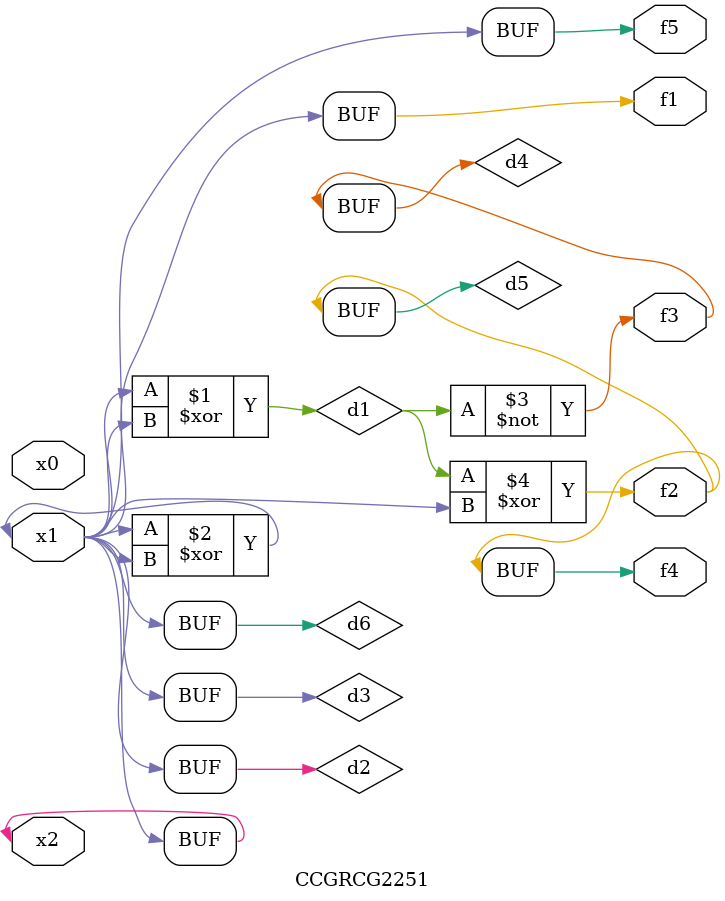
<source format=v>
module CCGRCG2251(
	input x0, x1, x2,
	output f1, f2, f3, f4, f5
);

	wire d1, d2, d3, d4, d5, d6;

	xor (d1, x1, x2);
	buf (d2, x1, x2);
	xor (d3, x1, x2);
	nor (d4, d1);
	xor (d5, d1, d2);
	buf (d6, d2, d3);
	assign f1 = d6;
	assign f2 = d5;
	assign f3 = d4;
	assign f4 = d5;
	assign f5 = d6;
endmodule

</source>
